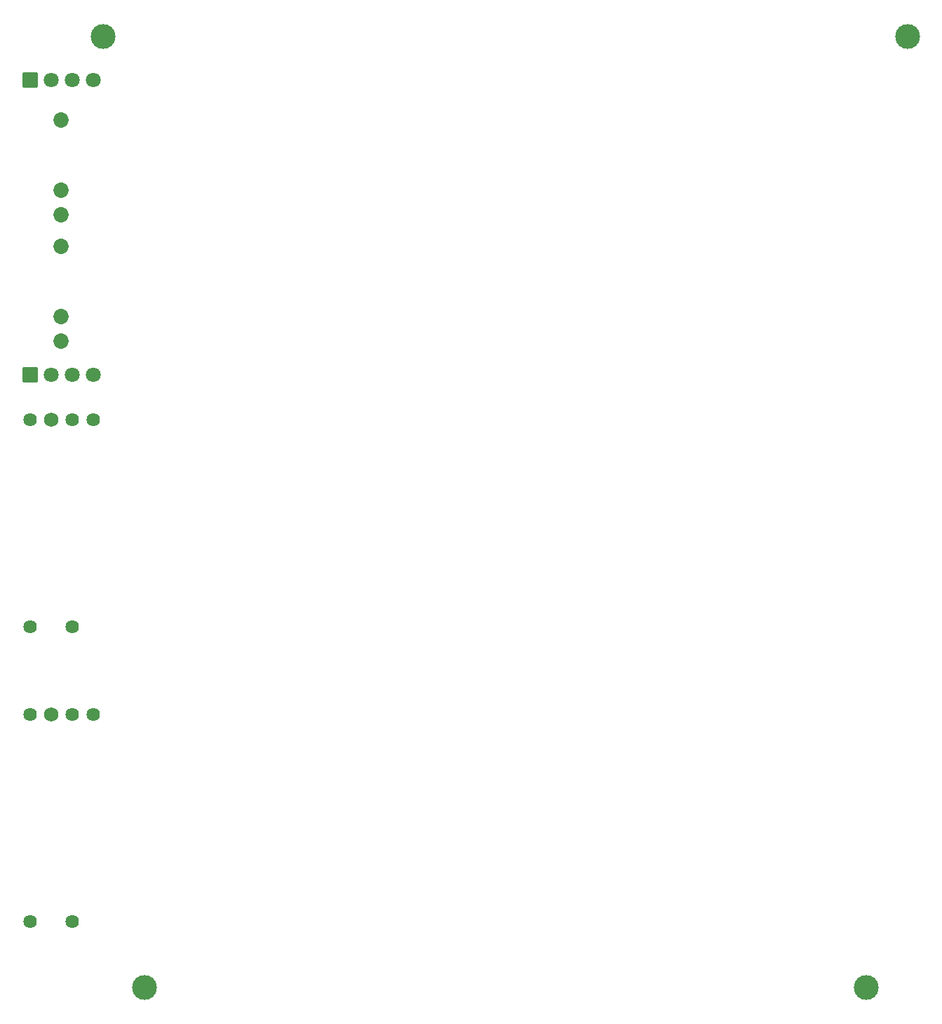
<source format=gts>
G04 Layer: TopSolderMaskLayer*
G04 EasyEDA v6.5.22, 2023-04-24 22:23:56*
G04 8fb2b6a2d3ec4a02888dd8b65789e586,5a6b42c53f6a479593ecc07194224c93,10*
G04 Gerber Generator version 0.2*
G04 Scale: 100 percent, Rotated: No, Reflected: No *
G04 Dimensions in millimeters *
G04 leading zeros omitted , absolute positions ,4 integer and 5 decimal *
%FSLAX45Y45*%
%MOMM*%

%AMMACRO1*1,1,$1,$2,$3*1,1,$1,$4,$5*1,1,$1,0-$2,0-$3*1,1,$1,0-$4,0-$5*20,1,$1,$2,$3,$4,$5,0*20,1,$1,$4,$5,0-$2,0-$3,0*20,1,$1,0-$2,0-$3,0-$4,0-$5,0*20,1,$1,0-$4,0-$5,$2,$3,0*4,1,4,$2,$3,$4,$5,0-$2,0-$3,0-$4,0-$5,$2,$3,0*%
%ADD10MACRO1,0.1016X-0.85X-0.85X0.85X-0.85*%
%ADD11C,1.8016*%
%ADD12C,1.8532*%
%ADD13C,1.6256*%
%ADD14C,1.7272*%
%ADD15C,3.0000*%

%LPD*%
D10*
G01*
X114300Y8255000D03*
D11*
G01*
X368300Y8255000D03*
G01*
X622300Y8255000D03*
G01*
X876300Y8255000D03*
D10*
G01*
X114300Y11811000D03*
D11*
G01*
X368300Y11811000D03*
G01*
X622300Y11811000D03*
G01*
X876300Y11811000D03*
D12*
G01*
X493511Y11333873D03*
G01*
X493511Y10483888D03*
G01*
X493511Y10183863D03*
G01*
X493511Y9809878D03*
G01*
X493511Y8959893D03*
G01*
X493511Y8659868D03*
D13*
G01*
X114300Y4163695D03*
D14*
G01*
X368300Y4163695D03*
D13*
G01*
X622300Y4163695D03*
G01*
X876300Y4163695D03*
G01*
X622300Y1663700D03*
G01*
X114300Y1663700D03*
G01*
X114300Y5216194D03*
G01*
X622300Y5216194D03*
G01*
X876300Y7716189D03*
G01*
X622300Y7716189D03*
D14*
G01*
X368300Y7716189D03*
D13*
G01*
X114300Y7716189D03*
D15*
G01*
X999997Y12337999D03*
G01*
X10705998Y12337999D03*
G01*
X1499997Y870000D03*
G01*
X10205999Y870000D03*
M02*

</source>
